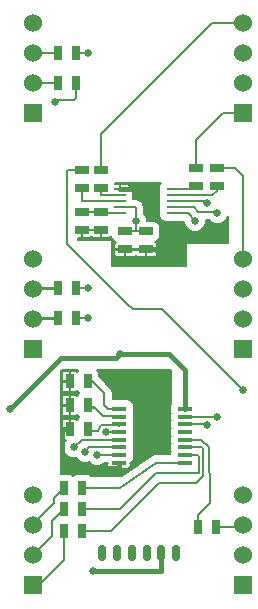
<source format=gtl>
G04 (created by PCBNEW (2013-07-07 BZR 4022)-stable) date 12/8/2013 11:31:44 AM*
%MOIN*%
G04 Gerber Fmt 3.4, Leading zero omitted, Abs format*
%FSLAX34Y34*%
G01*
G70*
G90*
G04 APERTURE LIST*
%ADD10C,0.00590551*%
%ADD11O,0.0274X0.0549*%
%ADD12R,0.05X0.015*%
%ADD13R,0.045X0.025*%
%ADD14R,0.025X0.045*%
%ADD15R,0.06X0.06*%
%ADD16C,0.06*%
%ADD17R,0.0394X0.0106*%
%ADD18C,0.025*%
%ADD19C,0.008*%
%ADD20C,0.01*%
%ADD21C,0.006*%
%ADD22C,0.015*%
G04 APERTURE END LIST*
G54D10*
G54D11*
X86773Y-65389D03*
X86281Y-65389D03*
X85789Y-65389D03*
X85297Y-65389D03*
X84805Y-65389D03*
X84313Y-65389D03*
G54D12*
X84873Y-60574D03*
X84873Y-60830D03*
X84873Y-61086D03*
X84873Y-61342D03*
X84873Y-61598D03*
X84873Y-61854D03*
X84873Y-62110D03*
X84873Y-62366D03*
X87077Y-62366D03*
X87077Y-62110D03*
X87077Y-61854D03*
X87077Y-61598D03*
X87077Y-61342D03*
X87077Y-61086D03*
X87077Y-60830D03*
X87077Y-60574D03*
G54D13*
X83630Y-54010D03*
X83630Y-54610D03*
X84280Y-54010D03*
X84280Y-54610D03*
X85780Y-54660D03*
X85780Y-55260D03*
X85080Y-54660D03*
X85080Y-55260D03*
G54D14*
X83050Y-63900D03*
X83650Y-63900D03*
X83050Y-64650D03*
X83650Y-64650D03*
G54D13*
X84280Y-53210D03*
X84280Y-52610D03*
X87430Y-52560D03*
X87430Y-53160D03*
G54D14*
X88100Y-64500D03*
X87500Y-64500D03*
X82850Y-57550D03*
X83450Y-57550D03*
X82850Y-56550D03*
X83450Y-56550D03*
X82850Y-49700D03*
X83450Y-49700D03*
X82850Y-48700D03*
X83450Y-48700D03*
X83050Y-63200D03*
X83650Y-63200D03*
G54D13*
X83630Y-53210D03*
X83630Y-52610D03*
X88130Y-52560D03*
X88130Y-53160D03*
G54D14*
X83230Y-61260D03*
X83830Y-61260D03*
X83230Y-60460D03*
X83830Y-60460D03*
X83230Y-59660D03*
X83830Y-59660D03*
G54D15*
X89000Y-58586D03*
G54D16*
X89000Y-57586D03*
X89000Y-56586D03*
X89000Y-55586D03*
G54D15*
X82000Y-58586D03*
G54D16*
X82000Y-57586D03*
X82000Y-56586D03*
X82000Y-55586D03*
G54D15*
X89000Y-50712D03*
G54D16*
X89000Y-49712D03*
X89000Y-48712D03*
X89000Y-47712D03*
G54D15*
X82000Y-50712D03*
G54D16*
X82000Y-49712D03*
X82000Y-48712D03*
X82000Y-47712D03*
G54D15*
X89000Y-66460D03*
G54D16*
X89000Y-65460D03*
X89000Y-64460D03*
X89000Y-63460D03*
G54D15*
X82000Y-66460D03*
G54D16*
X82000Y-65460D03*
X82000Y-64460D03*
X82000Y-63460D03*
G54D17*
X84905Y-53260D03*
X84905Y-53460D03*
X84905Y-53660D03*
X84905Y-53860D03*
X84905Y-54060D03*
X86655Y-54060D03*
X86655Y-53860D03*
X86655Y-53660D03*
X86655Y-53460D03*
X86655Y-53260D03*
G54D18*
X89000Y-59950D03*
X87400Y-54300D03*
X87800Y-53700D03*
X87800Y-61100D03*
X88150Y-54050D03*
X88150Y-60850D03*
X84007Y-65964D03*
X83950Y-62550D03*
X85470Y-59493D03*
X86392Y-55562D03*
X84430Y-61360D03*
X83850Y-48700D03*
X83380Y-61860D03*
X82750Y-50350D03*
X83730Y-62010D03*
X83850Y-56550D03*
X83850Y-57550D03*
X84130Y-62110D03*
X81235Y-60585D03*
X84917Y-58737D03*
X85430Y-54310D03*
G54D19*
X82850Y-48700D02*
X82012Y-48700D01*
X82012Y-48700D02*
X82000Y-48712D01*
X82850Y-49700D02*
X82012Y-49700D01*
X82012Y-49700D02*
X82000Y-49712D01*
G54D20*
X82850Y-56550D02*
X82280Y-56560D01*
X82850Y-57550D02*
X82280Y-57560D01*
G54D19*
X82000Y-64460D02*
X82000Y-64400D01*
X82700Y-63550D02*
X83050Y-63200D01*
X82700Y-63700D02*
X82700Y-63550D01*
X82000Y-64400D02*
X82700Y-63700D01*
X82000Y-65460D02*
X82000Y-65450D01*
X82650Y-64300D02*
X83050Y-63900D01*
X82650Y-64800D02*
X82650Y-64300D01*
X82000Y-65450D02*
X82650Y-64800D01*
X82000Y-66460D02*
X82189Y-66460D01*
X83050Y-65600D02*
X83050Y-64650D01*
X82189Y-66460D02*
X83050Y-65600D01*
X88100Y-64500D02*
X88960Y-64500D01*
X88960Y-64500D02*
X89000Y-64460D01*
G54D21*
X87430Y-52560D02*
X87430Y-51620D01*
X87430Y-51620D02*
X88337Y-50712D01*
X88337Y-50712D02*
X89000Y-50712D01*
X84280Y-51510D02*
X84280Y-51420D01*
X84280Y-52610D02*
X84280Y-51510D01*
X87987Y-47712D02*
X89000Y-47712D01*
X84280Y-51420D02*
X87987Y-47712D01*
X86300Y-57250D02*
X85324Y-57250D01*
X89000Y-59950D02*
X86300Y-57250D01*
X85152Y-57078D02*
X83144Y-55070D01*
X83144Y-55070D02*
X83144Y-52650D01*
X83144Y-52650D02*
X83184Y-52610D01*
X83184Y-52610D02*
X83630Y-52610D01*
X85324Y-57250D02*
X85152Y-57078D01*
X89000Y-55586D02*
X89000Y-52814D01*
X89000Y-52814D02*
X88746Y-52560D01*
X88746Y-52560D02*
X88130Y-52560D01*
G54D19*
X87180Y-54060D02*
X86655Y-54060D01*
X87400Y-54300D02*
X87180Y-54060D01*
X87760Y-53660D02*
X86655Y-53660D01*
X87800Y-53700D02*
X87760Y-53660D01*
X87786Y-61086D02*
X87800Y-61100D01*
X87786Y-61086D02*
X87077Y-61086D01*
X87101Y-61110D02*
X87077Y-61086D01*
X87077Y-60830D02*
X88130Y-60830D01*
X87360Y-53860D02*
X86655Y-53860D01*
X87500Y-54000D02*
X87360Y-53860D01*
X88100Y-54000D02*
X87500Y-54000D01*
X88150Y-54050D02*
X88100Y-54000D01*
X88130Y-60830D02*
X88150Y-60850D01*
G54D22*
X84007Y-65964D02*
X86255Y-65964D01*
X86281Y-65939D02*
X86281Y-65389D01*
X86255Y-65964D02*
X86281Y-65939D01*
X84873Y-62366D02*
X84873Y-62532D01*
X84855Y-62550D02*
X83950Y-62550D01*
X84873Y-62532D02*
X84855Y-62550D01*
X83230Y-61260D02*
X82980Y-61260D01*
X83299Y-62550D02*
X83950Y-62550D01*
X82980Y-62231D02*
X83299Y-62550D01*
X82980Y-61260D02*
X82980Y-62231D01*
X85780Y-55260D02*
X86068Y-55260D01*
X86370Y-55562D02*
X86392Y-55562D01*
X86068Y-55260D02*
X86370Y-55562D01*
X84905Y-53260D02*
X85390Y-53260D01*
X85390Y-53260D02*
X85400Y-53250D01*
G54D19*
X84905Y-54060D02*
X84130Y-54060D01*
X84130Y-54060D02*
X84080Y-54010D01*
X83630Y-54010D02*
X84080Y-54010D01*
X86655Y-53260D02*
X87430Y-53260D01*
X84100Y-64650D02*
X84600Y-64650D01*
X87624Y-61854D02*
X87680Y-61910D01*
X87680Y-61910D02*
X87680Y-62810D01*
X83650Y-64650D02*
X84100Y-64650D01*
X87624Y-61854D02*
X87077Y-61854D01*
X87440Y-63050D02*
X87680Y-62810D01*
X86200Y-63050D02*
X87440Y-63050D01*
X84600Y-64650D02*
X86200Y-63050D01*
X87900Y-63550D02*
X87900Y-63700D01*
X87618Y-61598D02*
X87880Y-61860D01*
X87880Y-61860D02*
X87900Y-63550D01*
X87077Y-61598D02*
X87618Y-61598D01*
X87500Y-64100D02*
X87500Y-64500D01*
X87900Y-63700D02*
X87500Y-64100D01*
X84855Y-61360D02*
X84430Y-61360D01*
X84873Y-61342D02*
X84855Y-61360D01*
X83850Y-48700D02*
X83450Y-48700D01*
X84873Y-61598D02*
X84861Y-61610D01*
X83630Y-61610D02*
X83380Y-61860D01*
X84861Y-61610D02*
X83630Y-61610D01*
X82830Y-50270D02*
X83380Y-50270D01*
X82750Y-50350D02*
X82830Y-50270D01*
X83380Y-50270D02*
X83450Y-50200D01*
X83450Y-50200D02*
X83450Y-49700D01*
X84867Y-61860D02*
X83880Y-61860D01*
X83880Y-61860D02*
X83730Y-62010D01*
X83450Y-56550D02*
X83850Y-56550D01*
X84867Y-61860D02*
X84873Y-61854D01*
X83850Y-57550D02*
X83450Y-57550D01*
X84130Y-62110D02*
X84873Y-62110D01*
X84755Y-53460D02*
X84280Y-53460D01*
X84280Y-53460D02*
X84280Y-53210D01*
X87980Y-53460D02*
X88130Y-53310D01*
X86730Y-53460D02*
X87230Y-53460D01*
X87230Y-53460D02*
X87980Y-53460D01*
X86655Y-53460D02*
X86730Y-53460D01*
X88130Y-53310D02*
X88130Y-53160D01*
X84805Y-53660D02*
X83630Y-53660D01*
X83630Y-53660D02*
X83630Y-53210D01*
X83830Y-59660D02*
X83980Y-59660D01*
X84494Y-60574D02*
X84873Y-60574D01*
X84380Y-60460D02*
X84494Y-60574D01*
X84380Y-60060D02*
X84380Y-60460D01*
X83980Y-59660D02*
X84380Y-60060D01*
G54D20*
X84873Y-60830D02*
X84853Y-60810D01*
X83880Y-60510D02*
X83830Y-60460D01*
X84030Y-60510D02*
X83880Y-60510D01*
G54D19*
X84330Y-60810D02*
X84030Y-60510D01*
X84853Y-60810D02*
X84330Y-60810D01*
G54D20*
X84873Y-61086D02*
X84849Y-61110D01*
X83880Y-61310D02*
X83830Y-61260D01*
G54D19*
X84180Y-61310D02*
X83880Y-61310D01*
X84280Y-61110D02*
X84180Y-61310D01*
X84849Y-61110D02*
X84280Y-61110D01*
X83650Y-63200D02*
X84900Y-63200D01*
X86099Y-62367D02*
X87077Y-62366D01*
X84900Y-63200D02*
X86099Y-62367D01*
X87530Y-62700D02*
X87530Y-62160D01*
X87480Y-62110D02*
X87530Y-62160D01*
X87077Y-62110D02*
X87480Y-62110D01*
X86100Y-62700D02*
X84900Y-63900D01*
X84900Y-63900D02*
X83650Y-63900D01*
X87530Y-62700D02*
X86100Y-62700D01*
G54D22*
X87077Y-60574D02*
X87077Y-59266D01*
X86548Y-58737D02*
X84917Y-58737D01*
X87077Y-59266D02*
X86548Y-58737D01*
X82929Y-58891D02*
X81235Y-60585D01*
X84763Y-58891D02*
X82929Y-58891D01*
X84917Y-58737D02*
X84763Y-58891D01*
G54D19*
X85430Y-53860D02*
X85430Y-54310D01*
X85430Y-54310D02*
X85430Y-54660D01*
X84905Y-53860D02*
X85430Y-53860D01*
X85080Y-54660D02*
X85430Y-54660D01*
X85430Y-54660D02*
X85780Y-54660D01*
G54D10*
G36*
X88510Y-55060D02*
X87110Y-55060D01*
X87110Y-55810D01*
X86145Y-55810D01*
X86145Y-55412D01*
X86145Y-55300D01*
X86110Y-55265D01*
X85785Y-55265D01*
X85785Y-55490D01*
X85820Y-55525D01*
X85977Y-55525D01*
X86032Y-55524D01*
X86084Y-55503D01*
X86123Y-55464D01*
X86145Y-55412D01*
X86145Y-55810D01*
X85775Y-55810D01*
X85775Y-55490D01*
X85775Y-55265D01*
X85450Y-55265D01*
X85430Y-55285D01*
X85410Y-55265D01*
X85085Y-55265D01*
X85085Y-55490D01*
X85120Y-55525D01*
X85277Y-55525D01*
X85332Y-55524D01*
X85384Y-55503D01*
X85423Y-55464D01*
X85430Y-55449D01*
X85436Y-55464D01*
X85475Y-55503D01*
X85527Y-55524D01*
X85582Y-55525D01*
X85740Y-55525D01*
X85775Y-55490D01*
X85775Y-55810D01*
X85075Y-55810D01*
X85075Y-55490D01*
X85075Y-55265D01*
X84750Y-55265D01*
X84715Y-55300D01*
X84714Y-55412D01*
X84736Y-55464D01*
X84775Y-55503D01*
X84827Y-55524D01*
X84882Y-55525D01*
X85040Y-55525D01*
X85075Y-55490D01*
X85075Y-55810D01*
X84640Y-55810D01*
X84640Y-54960D01*
X84275Y-54960D01*
X84275Y-54840D01*
X84275Y-54615D01*
X83960Y-54615D01*
X83950Y-54615D01*
X83635Y-54615D01*
X83635Y-54840D01*
X83670Y-54875D01*
X83827Y-54875D01*
X83882Y-54874D01*
X83934Y-54853D01*
X83955Y-54832D01*
X83975Y-54853D01*
X84027Y-54874D01*
X84082Y-54875D01*
X84240Y-54875D01*
X84275Y-54840D01*
X84275Y-54960D01*
X83490Y-54960D01*
X83490Y-54875D01*
X83590Y-54875D01*
X83625Y-54840D01*
X83625Y-54615D01*
X83617Y-54615D01*
X83617Y-54605D01*
X83625Y-54605D01*
X83625Y-54597D01*
X83635Y-54597D01*
X83635Y-54605D01*
X83950Y-54605D01*
X83960Y-54605D01*
X84275Y-54605D01*
X84275Y-54597D01*
X84285Y-54597D01*
X84285Y-54605D01*
X84292Y-54605D01*
X84292Y-54615D01*
X84285Y-54615D01*
X84285Y-54840D01*
X84320Y-54875D01*
X84477Y-54875D01*
X84532Y-54874D01*
X84584Y-54853D01*
X84614Y-54823D01*
X84614Y-54832D01*
X84651Y-54920D01*
X84718Y-54988D01*
X84780Y-55014D01*
X84775Y-55016D01*
X84736Y-55055D01*
X84714Y-55107D01*
X84715Y-55220D01*
X84750Y-55255D01*
X85075Y-55255D01*
X85075Y-55247D01*
X85085Y-55247D01*
X85085Y-55255D01*
X85410Y-55255D01*
X85430Y-55235D01*
X85450Y-55255D01*
X85775Y-55255D01*
X85775Y-55247D01*
X85785Y-55247D01*
X85785Y-55255D01*
X86110Y-55255D01*
X86145Y-55220D01*
X86145Y-55107D01*
X86123Y-55055D01*
X86084Y-55016D01*
X86078Y-55014D01*
X86140Y-54988D01*
X86208Y-54921D01*
X86244Y-54832D01*
X86245Y-54737D01*
X86245Y-54487D01*
X86208Y-54399D01*
X86141Y-54331D01*
X86052Y-54295D01*
X85957Y-54294D01*
X85795Y-54294D01*
X85795Y-54237D01*
X85739Y-54103D01*
X85710Y-54073D01*
X85710Y-53860D01*
X85688Y-53752D01*
X85627Y-53662D01*
X85537Y-53601D01*
X85430Y-53580D01*
X85342Y-53580D01*
X85342Y-53559D01*
X85341Y-53559D01*
X85342Y-53465D01*
X85342Y-53359D01*
X85305Y-53271D01*
X85242Y-53207D01*
X85242Y-53179D01*
X85220Y-53127D01*
X85181Y-53088D01*
X85129Y-53067D01*
X85074Y-53066D01*
X84945Y-53067D01*
X84910Y-53102D01*
X84910Y-53166D01*
X84900Y-53166D01*
X84900Y-53102D01*
X84865Y-53067D01*
X84745Y-53066D01*
X84745Y-53040D01*
X86285Y-53040D01*
X86254Y-53070D01*
X86218Y-53159D01*
X86217Y-53254D01*
X86217Y-53360D01*
X86218Y-53360D01*
X86217Y-53454D01*
X86217Y-53560D01*
X86218Y-53560D01*
X86217Y-53654D01*
X86217Y-53760D01*
X86218Y-53760D01*
X86217Y-53854D01*
X86217Y-53960D01*
X86218Y-53960D01*
X86217Y-54054D01*
X86217Y-54160D01*
X86254Y-54248D01*
X86321Y-54316D01*
X86410Y-54352D01*
X86505Y-54353D01*
X86899Y-54353D01*
X86931Y-54340D01*
X87034Y-54340D01*
X87034Y-54372D01*
X87090Y-54506D01*
X87192Y-54609D01*
X87327Y-54664D01*
X87472Y-54665D01*
X87606Y-54609D01*
X87709Y-54507D01*
X87764Y-54372D01*
X87765Y-54280D01*
X87863Y-54280D01*
X87942Y-54359D01*
X88077Y-54414D01*
X88222Y-54415D01*
X88356Y-54359D01*
X88459Y-54257D01*
X88510Y-54134D01*
X88510Y-55060D01*
X88510Y-55060D01*
G37*
G54D19*
X88510Y-55060D02*
X87110Y-55060D01*
X87110Y-55810D01*
X86145Y-55810D01*
X86145Y-55412D01*
X86145Y-55300D01*
X86110Y-55265D01*
X85785Y-55265D01*
X85785Y-55490D01*
X85820Y-55525D01*
X85977Y-55525D01*
X86032Y-55524D01*
X86084Y-55503D01*
X86123Y-55464D01*
X86145Y-55412D01*
X86145Y-55810D01*
X85775Y-55810D01*
X85775Y-55490D01*
X85775Y-55265D01*
X85450Y-55265D01*
X85430Y-55285D01*
X85410Y-55265D01*
X85085Y-55265D01*
X85085Y-55490D01*
X85120Y-55525D01*
X85277Y-55525D01*
X85332Y-55524D01*
X85384Y-55503D01*
X85423Y-55464D01*
X85430Y-55449D01*
X85436Y-55464D01*
X85475Y-55503D01*
X85527Y-55524D01*
X85582Y-55525D01*
X85740Y-55525D01*
X85775Y-55490D01*
X85775Y-55810D01*
X85075Y-55810D01*
X85075Y-55490D01*
X85075Y-55265D01*
X84750Y-55265D01*
X84715Y-55300D01*
X84714Y-55412D01*
X84736Y-55464D01*
X84775Y-55503D01*
X84827Y-55524D01*
X84882Y-55525D01*
X85040Y-55525D01*
X85075Y-55490D01*
X85075Y-55810D01*
X84640Y-55810D01*
X84640Y-54960D01*
X84275Y-54960D01*
X84275Y-54840D01*
X84275Y-54615D01*
X83960Y-54615D01*
X83950Y-54615D01*
X83635Y-54615D01*
X83635Y-54840D01*
X83670Y-54875D01*
X83827Y-54875D01*
X83882Y-54874D01*
X83934Y-54853D01*
X83955Y-54832D01*
X83975Y-54853D01*
X84027Y-54874D01*
X84082Y-54875D01*
X84240Y-54875D01*
X84275Y-54840D01*
X84275Y-54960D01*
X83490Y-54960D01*
X83490Y-54875D01*
X83590Y-54875D01*
X83625Y-54840D01*
X83625Y-54615D01*
X83617Y-54615D01*
X83617Y-54605D01*
X83625Y-54605D01*
X83625Y-54597D01*
X83635Y-54597D01*
X83635Y-54605D01*
X83950Y-54605D01*
X83960Y-54605D01*
X84275Y-54605D01*
X84275Y-54597D01*
X84285Y-54597D01*
X84285Y-54605D01*
X84292Y-54605D01*
X84292Y-54615D01*
X84285Y-54615D01*
X84285Y-54840D01*
X84320Y-54875D01*
X84477Y-54875D01*
X84532Y-54874D01*
X84584Y-54853D01*
X84614Y-54823D01*
X84614Y-54832D01*
X84651Y-54920D01*
X84718Y-54988D01*
X84780Y-55014D01*
X84775Y-55016D01*
X84736Y-55055D01*
X84714Y-55107D01*
X84715Y-55220D01*
X84750Y-55255D01*
X85075Y-55255D01*
X85075Y-55247D01*
X85085Y-55247D01*
X85085Y-55255D01*
X85410Y-55255D01*
X85430Y-55235D01*
X85450Y-55255D01*
X85775Y-55255D01*
X85775Y-55247D01*
X85785Y-55247D01*
X85785Y-55255D01*
X86110Y-55255D01*
X86145Y-55220D01*
X86145Y-55107D01*
X86123Y-55055D01*
X86084Y-55016D01*
X86078Y-55014D01*
X86140Y-54988D01*
X86208Y-54921D01*
X86244Y-54832D01*
X86245Y-54737D01*
X86245Y-54487D01*
X86208Y-54399D01*
X86141Y-54331D01*
X86052Y-54295D01*
X85957Y-54294D01*
X85795Y-54294D01*
X85795Y-54237D01*
X85739Y-54103D01*
X85710Y-54073D01*
X85710Y-53860D01*
X85688Y-53752D01*
X85627Y-53662D01*
X85537Y-53601D01*
X85430Y-53580D01*
X85342Y-53580D01*
X85342Y-53559D01*
X85341Y-53559D01*
X85342Y-53465D01*
X85342Y-53359D01*
X85305Y-53271D01*
X85242Y-53207D01*
X85242Y-53179D01*
X85220Y-53127D01*
X85181Y-53088D01*
X85129Y-53067D01*
X85074Y-53066D01*
X84945Y-53067D01*
X84910Y-53102D01*
X84910Y-53166D01*
X84900Y-53166D01*
X84900Y-53102D01*
X84865Y-53067D01*
X84745Y-53066D01*
X84745Y-53040D01*
X86285Y-53040D01*
X86254Y-53070D01*
X86218Y-53159D01*
X86217Y-53254D01*
X86217Y-53360D01*
X86218Y-53360D01*
X86217Y-53454D01*
X86217Y-53560D01*
X86218Y-53560D01*
X86217Y-53654D01*
X86217Y-53760D01*
X86218Y-53760D01*
X86217Y-53854D01*
X86217Y-53960D01*
X86218Y-53960D01*
X86217Y-54054D01*
X86217Y-54160D01*
X86254Y-54248D01*
X86321Y-54316D01*
X86410Y-54352D01*
X86505Y-54353D01*
X86899Y-54353D01*
X86931Y-54340D01*
X87034Y-54340D01*
X87034Y-54372D01*
X87090Y-54506D01*
X87192Y-54609D01*
X87327Y-54664D01*
X87472Y-54665D01*
X87606Y-54609D01*
X87709Y-54507D01*
X87764Y-54372D01*
X87765Y-54280D01*
X87863Y-54280D01*
X87942Y-54359D01*
X88077Y-54414D01*
X88222Y-54415D01*
X88356Y-54359D01*
X88459Y-54257D01*
X88510Y-54134D01*
X88510Y-55060D01*
G54D10*
G36*
X86610Y-60395D02*
X86587Y-60451D01*
X86586Y-60546D01*
X86586Y-60696D01*
X86589Y-60701D01*
X86587Y-60707D01*
X86586Y-60802D01*
X86586Y-60952D01*
X86589Y-60957D01*
X86587Y-60963D01*
X86586Y-61058D01*
X86586Y-61208D01*
X86589Y-61213D01*
X86587Y-61219D01*
X86586Y-61314D01*
X86586Y-61464D01*
X86589Y-61469D01*
X86587Y-61475D01*
X86586Y-61570D01*
X86586Y-61720D01*
X86589Y-61725D01*
X86587Y-61731D01*
X86586Y-61826D01*
X86586Y-61976D01*
X86589Y-61981D01*
X86587Y-61987D01*
X86586Y-62082D01*
X86586Y-62086D01*
X86099Y-62087D01*
X86074Y-62092D01*
X86039Y-62092D01*
X86013Y-62104D01*
X85992Y-62108D01*
X85971Y-62122D01*
X85939Y-62136D01*
X84970Y-62810D01*
X83949Y-62810D01*
X83911Y-62771D01*
X83822Y-62735D01*
X83727Y-62734D01*
X83477Y-62734D01*
X83389Y-62771D01*
X83350Y-62810D01*
X83349Y-62810D01*
X83311Y-62771D01*
X83222Y-62735D01*
X83127Y-62734D01*
X82940Y-62734D01*
X82940Y-59325D01*
X82975Y-59290D01*
X83510Y-59290D01*
X83501Y-59298D01*
X83475Y-59360D01*
X83473Y-59355D01*
X83434Y-59316D01*
X83382Y-59294D01*
X83270Y-59295D01*
X83235Y-59330D01*
X83235Y-59655D01*
X83242Y-59655D01*
X83242Y-59665D01*
X83235Y-59665D01*
X83235Y-59990D01*
X83270Y-60025D01*
X83382Y-60025D01*
X83434Y-60003D01*
X83473Y-59964D01*
X83475Y-59958D01*
X83501Y-60020D01*
X83540Y-60060D01*
X83501Y-60098D01*
X83475Y-60160D01*
X83473Y-60155D01*
X83434Y-60116D01*
X83382Y-60094D01*
X83270Y-60095D01*
X83235Y-60130D01*
X83235Y-60455D01*
X83242Y-60455D01*
X83242Y-60465D01*
X83235Y-60465D01*
X83235Y-60790D01*
X83270Y-60825D01*
X83382Y-60825D01*
X83434Y-60803D01*
X83473Y-60764D01*
X83475Y-60758D01*
X83501Y-60820D01*
X83540Y-60860D01*
X83501Y-60898D01*
X83475Y-60960D01*
X83473Y-60955D01*
X83434Y-60916D01*
X83382Y-60894D01*
X83270Y-60895D01*
X83235Y-60930D01*
X83235Y-61255D01*
X83242Y-61255D01*
X83242Y-61265D01*
X83235Y-61265D01*
X83235Y-61272D01*
X83225Y-61272D01*
X83225Y-61265D01*
X83225Y-61255D01*
X83225Y-60930D01*
X83225Y-60790D01*
X83225Y-60465D01*
X83225Y-60455D01*
X83225Y-60130D01*
X83225Y-59990D01*
X83225Y-59665D01*
X83225Y-59655D01*
X83225Y-59330D01*
X83190Y-59295D01*
X83077Y-59294D01*
X83025Y-59316D01*
X82986Y-59355D01*
X82965Y-59407D01*
X82964Y-59462D01*
X82965Y-59620D01*
X83000Y-59655D01*
X83225Y-59655D01*
X83225Y-59665D01*
X83000Y-59665D01*
X82965Y-59700D01*
X82964Y-59857D01*
X82965Y-59912D01*
X82986Y-59964D01*
X83025Y-60003D01*
X83077Y-60025D01*
X83190Y-60025D01*
X83225Y-59990D01*
X83225Y-60130D01*
X83190Y-60095D01*
X83077Y-60094D01*
X83025Y-60116D01*
X82986Y-60155D01*
X82965Y-60207D01*
X82964Y-60262D01*
X82965Y-60420D01*
X83000Y-60455D01*
X83225Y-60455D01*
X83225Y-60465D01*
X83000Y-60465D01*
X82965Y-60500D01*
X82964Y-60657D01*
X82965Y-60712D01*
X82986Y-60764D01*
X83025Y-60803D01*
X83077Y-60825D01*
X83190Y-60825D01*
X83225Y-60790D01*
X83225Y-60930D01*
X83190Y-60895D01*
X83077Y-60894D01*
X83025Y-60916D01*
X82986Y-60955D01*
X82965Y-61007D01*
X82964Y-61062D01*
X82965Y-61220D01*
X83000Y-61255D01*
X83225Y-61255D01*
X83225Y-61265D01*
X83000Y-61265D01*
X82965Y-61300D01*
X82964Y-61457D01*
X82965Y-61512D01*
X82986Y-61564D01*
X83025Y-61603D01*
X83077Y-61625D01*
X83098Y-61625D01*
X83070Y-61652D01*
X83015Y-61787D01*
X83014Y-61932D01*
X83070Y-62066D01*
X83172Y-62169D01*
X83307Y-62224D01*
X83428Y-62225D01*
X83522Y-62319D01*
X83657Y-62374D01*
X83802Y-62375D01*
X83856Y-62352D01*
X83922Y-62419D01*
X84057Y-62474D01*
X84202Y-62475D01*
X84336Y-62419D01*
X84366Y-62390D01*
X84490Y-62390D01*
X84496Y-62392D01*
X84483Y-62406D01*
X84482Y-62468D01*
X84504Y-62520D01*
X84543Y-62559D01*
X84595Y-62580D01*
X84650Y-62581D01*
X84833Y-62581D01*
X84868Y-62546D01*
X84868Y-62425D01*
X84878Y-62425D01*
X84878Y-62546D01*
X84913Y-62581D01*
X85095Y-62581D01*
X85150Y-62580D01*
X85202Y-62559D01*
X85241Y-62520D01*
X85263Y-62468D01*
X85263Y-62406D01*
X85249Y-62392D01*
X85258Y-62388D01*
X85326Y-62321D01*
X85362Y-62232D01*
X85363Y-62137D01*
X85363Y-61987D01*
X85360Y-61982D01*
X85362Y-61976D01*
X85363Y-61881D01*
X85363Y-61731D01*
X85360Y-61726D01*
X85362Y-61720D01*
X85363Y-61625D01*
X85363Y-61475D01*
X85360Y-61470D01*
X85362Y-61464D01*
X85363Y-61369D01*
X85363Y-61219D01*
X85360Y-61214D01*
X85362Y-61208D01*
X85363Y-61113D01*
X85363Y-60963D01*
X85360Y-60958D01*
X85362Y-60952D01*
X85363Y-60857D01*
X85363Y-60707D01*
X85360Y-60702D01*
X85362Y-60696D01*
X85363Y-60601D01*
X85363Y-60451D01*
X85326Y-60363D01*
X85259Y-60295D01*
X85170Y-60259D01*
X85075Y-60258D01*
X84660Y-60258D01*
X84660Y-60060D01*
X84659Y-60059D01*
X84638Y-59952D01*
X84638Y-59952D01*
X84618Y-59922D01*
X84577Y-59862D01*
X84577Y-59862D01*
X84195Y-59479D01*
X84195Y-59387D01*
X84158Y-59299D01*
X84149Y-59290D01*
X86610Y-59290D01*
X86610Y-60395D01*
X86610Y-60395D01*
G37*
G54D19*
X86610Y-60395D02*
X86587Y-60451D01*
X86586Y-60546D01*
X86586Y-60696D01*
X86589Y-60701D01*
X86587Y-60707D01*
X86586Y-60802D01*
X86586Y-60952D01*
X86589Y-60957D01*
X86587Y-60963D01*
X86586Y-61058D01*
X86586Y-61208D01*
X86589Y-61213D01*
X86587Y-61219D01*
X86586Y-61314D01*
X86586Y-61464D01*
X86589Y-61469D01*
X86587Y-61475D01*
X86586Y-61570D01*
X86586Y-61720D01*
X86589Y-61725D01*
X86587Y-61731D01*
X86586Y-61826D01*
X86586Y-61976D01*
X86589Y-61981D01*
X86587Y-61987D01*
X86586Y-62082D01*
X86586Y-62086D01*
X86099Y-62087D01*
X86074Y-62092D01*
X86039Y-62092D01*
X86013Y-62104D01*
X85992Y-62108D01*
X85971Y-62122D01*
X85939Y-62136D01*
X84970Y-62810D01*
X83949Y-62810D01*
X83911Y-62771D01*
X83822Y-62735D01*
X83727Y-62734D01*
X83477Y-62734D01*
X83389Y-62771D01*
X83350Y-62810D01*
X83349Y-62810D01*
X83311Y-62771D01*
X83222Y-62735D01*
X83127Y-62734D01*
X82940Y-62734D01*
X82940Y-59325D01*
X82975Y-59290D01*
X83510Y-59290D01*
X83501Y-59298D01*
X83475Y-59360D01*
X83473Y-59355D01*
X83434Y-59316D01*
X83382Y-59294D01*
X83270Y-59295D01*
X83235Y-59330D01*
X83235Y-59655D01*
X83242Y-59655D01*
X83242Y-59665D01*
X83235Y-59665D01*
X83235Y-59990D01*
X83270Y-60025D01*
X83382Y-60025D01*
X83434Y-60003D01*
X83473Y-59964D01*
X83475Y-59958D01*
X83501Y-60020D01*
X83540Y-60060D01*
X83501Y-60098D01*
X83475Y-60160D01*
X83473Y-60155D01*
X83434Y-60116D01*
X83382Y-60094D01*
X83270Y-60095D01*
X83235Y-60130D01*
X83235Y-60455D01*
X83242Y-60455D01*
X83242Y-60465D01*
X83235Y-60465D01*
X83235Y-60790D01*
X83270Y-60825D01*
X83382Y-60825D01*
X83434Y-60803D01*
X83473Y-60764D01*
X83475Y-60758D01*
X83501Y-60820D01*
X83540Y-60860D01*
X83501Y-60898D01*
X83475Y-60960D01*
X83473Y-60955D01*
X83434Y-60916D01*
X83382Y-60894D01*
X83270Y-60895D01*
X83235Y-60930D01*
X83235Y-61255D01*
X83242Y-61255D01*
X83242Y-61265D01*
X83235Y-61265D01*
X83235Y-61272D01*
X83225Y-61272D01*
X83225Y-61265D01*
X83225Y-61255D01*
X83225Y-60930D01*
X83225Y-60790D01*
X83225Y-60465D01*
X83225Y-60455D01*
X83225Y-60130D01*
X83225Y-59990D01*
X83225Y-59665D01*
X83225Y-59655D01*
X83225Y-59330D01*
X83190Y-59295D01*
X83077Y-59294D01*
X83025Y-59316D01*
X82986Y-59355D01*
X82965Y-59407D01*
X82964Y-59462D01*
X82965Y-59620D01*
X83000Y-59655D01*
X83225Y-59655D01*
X83225Y-59665D01*
X83000Y-59665D01*
X82965Y-59700D01*
X82964Y-59857D01*
X82965Y-59912D01*
X82986Y-59964D01*
X83025Y-60003D01*
X83077Y-60025D01*
X83190Y-60025D01*
X83225Y-59990D01*
X83225Y-60130D01*
X83190Y-60095D01*
X83077Y-60094D01*
X83025Y-60116D01*
X82986Y-60155D01*
X82965Y-60207D01*
X82964Y-60262D01*
X82965Y-60420D01*
X83000Y-60455D01*
X83225Y-60455D01*
X83225Y-60465D01*
X83000Y-60465D01*
X82965Y-60500D01*
X82964Y-60657D01*
X82965Y-60712D01*
X82986Y-60764D01*
X83025Y-60803D01*
X83077Y-60825D01*
X83190Y-60825D01*
X83225Y-60790D01*
X83225Y-60930D01*
X83190Y-60895D01*
X83077Y-60894D01*
X83025Y-60916D01*
X82986Y-60955D01*
X82965Y-61007D01*
X82964Y-61062D01*
X82965Y-61220D01*
X83000Y-61255D01*
X83225Y-61255D01*
X83225Y-61265D01*
X83000Y-61265D01*
X82965Y-61300D01*
X82964Y-61457D01*
X82965Y-61512D01*
X82986Y-61564D01*
X83025Y-61603D01*
X83077Y-61625D01*
X83098Y-61625D01*
X83070Y-61652D01*
X83015Y-61787D01*
X83014Y-61932D01*
X83070Y-62066D01*
X83172Y-62169D01*
X83307Y-62224D01*
X83428Y-62225D01*
X83522Y-62319D01*
X83657Y-62374D01*
X83802Y-62375D01*
X83856Y-62352D01*
X83922Y-62419D01*
X84057Y-62474D01*
X84202Y-62475D01*
X84336Y-62419D01*
X84366Y-62390D01*
X84490Y-62390D01*
X84496Y-62392D01*
X84483Y-62406D01*
X84482Y-62468D01*
X84504Y-62520D01*
X84543Y-62559D01*
X84595Y-62580D01*
X84650Y-62581D01*
X84833Y-62581D01*
X84868Y-62546D01*
X84868Y-62425D01*
X84878Y-62425D01*
X84878Y-62546D01*
X84913Y-62581D01*
X85095Y-62581D01*
X85150Y-62580D01*
X85202Y-62559D01*
X85241Y-62520D01*
X85263Y-62468D01*
X85263Y-62406D01*
X85249Y-62392D01*
X85258Y-62388D01*
X85326Y-62321D01*
X85362Y-62232D01*
X85363Y-62137D01*
X85363Y-61987D01*
X85360Y-61982D01*
X85362Y-61976D01*
X85363Y-61881D01*
X85363Y-61731D01*
X85360Y-61726D01*
X85362Y-61720D01*
X85363Y-61625D01*
X85363Y-61475D01*
X85360Y-61470D01*
X85362Y-61464D01*
X85363Y-61369D01*
X85363Y-61219D01*
X85360Y-61214D01*
X85362Y-61208D01*
X85363Y-61113D01*
X85363Y-60963D01*
X85360Y-60958D01*
X85362Y-60952D01*
X85363Y-60857D01*
X85363Y-60707D01*
X85360Y-60702D01*
X85362Y-60696D01*
X85363Y-60601D01*
X85363Y-60451D01*
X85326Y-60363D01*
X85259Y-60295D01*
X85170Y-60259D01*
X85075Y-60258D01*
X84660Y-60258D01*
X84660Y-60060D01*
X84659Y-60059D01*
X84638Y-59952D01*
X84638Y-59952D01*
X84618Y-59922D01*
X84577Y-59862D01*
X84577Y-59862D01*
X84195Y-59479D01*
X84195Y-59387D01*
X84158Y-59299D01*
X84149Y-59290D01*
X86610Y-59290D01*
X86610Y-60395D01*
M02*

</source>
